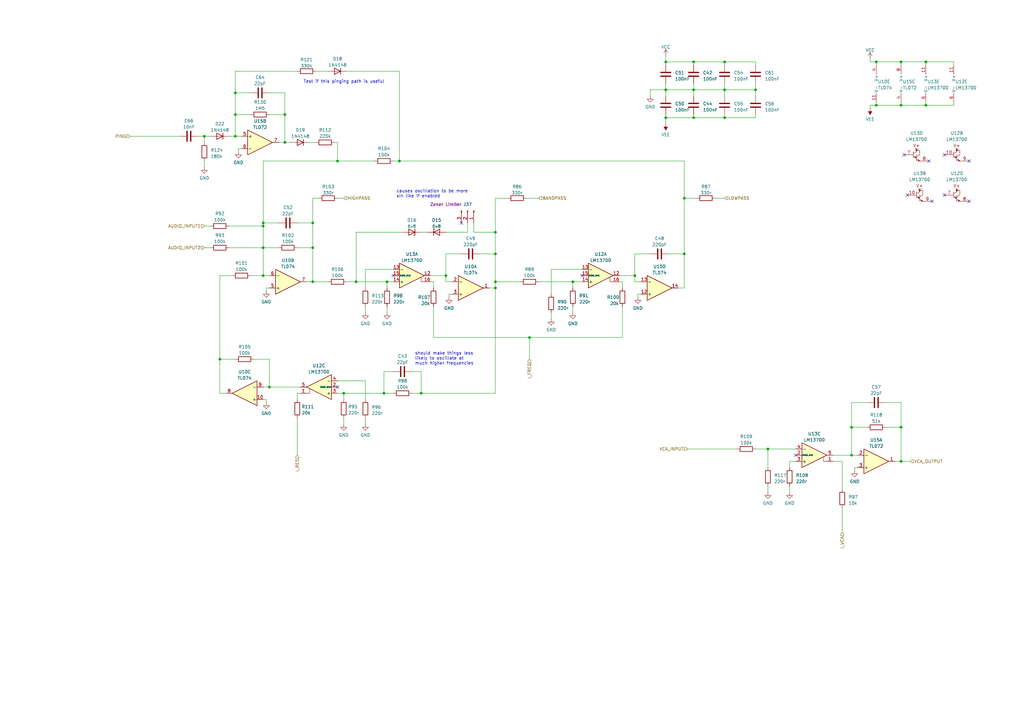
<source format=kicad_sch>
(kicad_sch (version 20230121) (generator eeschema)
  (paper "A3")
  (title_block (title "Ouroboros") (date "2023-05-13") (rev "r02") (comment 2 "creativecommons.org/licenses/by/4.0/") (comment 3 "License: CC BY 4.0") (comment 4 "Author: Guy John"))
  (lib_symbols
    (symbol "Amplifier_Operational:LM13700" (pin_names (offset 0.127))
      (property "Reference" "U" (at 3.81 5.08 0))
      (property "Value" "LM13700" (at 5.08 -5.08 0))
      (symbol "LM13700_1_1"
        (pin output line (at 7.62 0 180) (length 2.54) (name "~") (number "12"))
        (pin input line (at -7.62 2.54 0) (length 2.54) (name "-") (number "13"))
        (pin input line (at -7.62 -2.54 0) (length 2.54) (name "+") (number "14"))
        (pin input line (at -7.62 0 0) (length 2.54) (name "DIODE_BIAS") (number "15"))
        (pin input line (at 7.62 -2.54 180) (length 2.54) (name "~") (number "16"))
      )
      (symbol "LM13700_2_1"
        (text "V+" (at -2.54 3.81 0) (effects (font (size 1.27 1.27))))
        (pin input line (at -7.62 0 0) (length 3.81) (name "~") (number "10"))
        (pin output line (at 2.54 -2.54 180) (length 3.81) (name "~") (number "9"))
      )
      (symbol "LM13700_3_1"
        (pin input line (at 7.62 -2.54 180) (length 2.54) (name "~") (number "1"))
        (pin input line (at -7.62 0 0) (length 2.54) (name "DIODE_BIAS") (number "2"))
        (pin input line (at -7.62 -2.54 0) (length 2.54) (name "+") (number "3"))
        (pin input line (at -7.62 2.54 0) (length 2.54) (name "-") (number "4"))
        (pin output line (at 7.62 0 180) (length 2.54) (name "~") (number "5"))
      )
      (symbol "LM13700_4_0"
        (text "V+" (at -2.54 3.81 0) (effects (font (size 1.27 1.27))))
      )
      (symbol "LM13700_4_1"
        (pin input line (at -7.62 0 0) (length 3.81) (name "~") (number "7"))
        (pin output line (at 2.54 -2.54 180) (length 3.81) (name "~") (number "8"))
      )
      (symbol "LM13700_5_1"
        (pin power_in line (at -2.54 7.62 270) (length 3.81) (name "V+") (number "11"))
        (pin power_in line (at -2.54 -7.62 90) (length 3.81) (name "V-") (number "6"))
      )
    )
    (symbol "Amplifier_Operational:TL072" (pin_names (offset 0.127))
      (property "Reference" "U" (at 0 5.08 0))
      (property "Value" "TL072" (at 0 -5.08 0))
      (symbol "TL072_1_1"
        (pin output line (at 7.62 0 180) (length 2.54) (name "~") (number "1"))
        (pin input line (at -7.62 -2.54 0) (length 2.54) (name "-") (number "2"))
        (pin input line (at -7.62 2.54 0) (length 2.54) (name "+") (number "3"))
      )
      (symbol "TL072_2_1"
        (pin input line (at -7.62 2.54 0) (length 2.54) (name "+") (number "5"))
        (pin input line (at -7.62 -2.54 0) (length 2.54) (name "-") (number "6"))
        (pin output line (at 7.62 0 180) (length 2.54) (name "~") (number "7"))
      )
      (symbol "TL072_3_1"
        (pin power_in line (at -2.54 -7.62 90) (length 3.81) (name "V-") (number "4"))
        (pin power_in line (at -2.54 7.62 270) (length 3.81) (name "V+") (number "8"))
      )
    )
    (symbol "Amplifier_Operational:TL074" (pin_names (offset 0.127))
      (property "Reference" "U" (at 0 5.08 0))
      (property "Value" "TL074" (at 0 -5.08 0))
      (symbol "TL074_1_1"
        (pin output line (at 7.62 0 180) (length 2.54) (name "~") (number "1"))
        (pin input line (at -7.62 -2.54 0) (length 2.54) (name "-") (number "2"))
        (pin input line (at -7.62 2.54 0) (length 2.54) (name "+") (number "3"))
      )
      (symbol "TL074_2_1"
        (pin input line (at -7.62 2.54 0) (length 2.54) (name "+") (number "5"))
        (pin input line (at -7.62 -2.54 0) (length 2.54) (name "-") (number "6"))
        (pin output line (at 7.62 0 180) (length 2.54) (name "~") (number "7"))
      )
      (symbol "TL074_3_1"
        (pin input line (at -7.62 2.54 0) (length 2.54) (name "+") (number "10"))
        (pin output line (at 7.62 0 180) (length 2.54) (name "~") (number "8"))
        (pin input line (at -7.62 -2.54 0) (length 2.54) (name "-") (number "9"))
      )
      (symbol "TL074_4_1"
        (pin input line (at -7.62 2.54 0) (length 2.54) (name "+") (number "12"))
        (pin input line (at -7.62 -2.54 0) (length 2.54) (name "-") (number "13"))
        (pin output line (at 7.62 0 180) (length 2.54) (name "~") (number "14"))
      )
      (symbol "TL074_5_1"
        (pin power_in line (at -2.54 -7.62 90) (length 3.81) (name "V-") (number "11"))
        (pin power_in line (at -2.54 7.62 270) (length 3.81) (name "V+") (number "4"))
      )
    )
    (symbol "Connector:Conn_01x03_Pin" (pin_names (offset 1.016) hide)
      (property "Reference" "J" (at 0 5.08 0))
      (property "Value" "Conn_01x03_Pin" (at 0 -5.08 0))
      (symbol "Conn_01x03_Pin_1_1"
        (pin passive line (at 5.08 2.54 180) (length 3.81) (name "Pin_1") (number "1"))
        (pin passive line (at 5.08 0 180) (length 3.81) (name "Pin_2") (number "2"))
        (pin passive line (at 5.08 -2.54 180) (length 3.81) (name "Pin_3") (number "3"))
      )
    )
    (symbol "Device:D" (pin_numbers hide) (pin_names (offset 1.016) hide)
      (property "Reference" "D" (at 0 2.54 0))
      (property "Value" "D" (at 0 -2.54 0))
      (symbol "D_1_1"
        (pin passive line (at -3.81 0 0) (length 2.54) (name "K") (number "1"))
        (pin passive line (at 3.81 0 180) (length 2.54) (name "A") (number "2"))
      )
    )
    (symbol "Device:D_Zener" (pin_numbers hide) (pin_names (offset 1.016) hide)
      (property "Reference" "D" (at 0 2.54 0))
      (property "Value" "D_Zener" (at 0 -2.54 0))
      (symbol "D_Zener_1_1"
        (pin passive line (at -3.81 0 0) (length 2.54) (name "K") (number "1"))
        (pin passive line (at 3.81 0 180) (length 2.54) (name "A") (number "2"))
      )
    )
    (symbol "Device:R" (pin_numbers hide) (pin_names (offset 0))
      (property "Reference" "R" (at 2.032 0 90))
      (property "Value" "R" (at 0 0 90))
      (symbol "R_1_1"
        (pin passive line (at 0 3.81 270) (length 1.27) (name "~") (number "1"))
        (pin passive line (at 0 -3.81 90) (length 1.27) (name "~") (number "2"))
      )
    )
    (symbol "Rumblesan Standard Parts:C" (pin_numbers hide) (pin_names (offset 0.254) hide)
      (property "Reference" "C?" (at -6.35 0 90))
      (property "Value" "C" (at -3.81 0 90))
      (symbol "C_1_1"
        (pin passive line (at 0 3.81 270) (length 2.794) (name "~") (number "1"))
        (pin passive line (at 0 -3.81 90) (length 2.794) (name "~") (number "2"))
      )
    )
    (symbol "Rumblesan Standard Parts:R" (pin_numbers hide) (pin_names (offset 0))
      (property "Reference" "R?" (at -5.08 0 90))
      (property "Value" "R" (at -2.54 0 90))
      (symbol "R_1_1"
        (pin passive line (at 0 -3.81 90) (length 1.27) (name "~") (number "1"))
        (pin passive line (at 0 3.81 270) (length 1.27) (name "~") (number "2"))
      )
    )
    (symbol "power:GND" (power) (pin_names (offset 0))
      (property "Value" "GND" (at 0 -3.81 0))
      (symbol "GND_1_1"
        (pin power_in line (at 0 0 270) (length 0) hide (name "GND") (number "1"))
      )
    )
    (symbol "power:VCC" (power) (pin_names (offset 0))
      (property "Value" "VCC" (at 0 3.81 0))
      (symbol "VCC_1_1"
        (pin power_in line (at 0 0 90) (length 0) hide (name "VCC") (number "1"))
      )
    )
    (symbol "power:VEE" (power) (pin_names (offset 0))
      (property "Value" "VEE" (at 0 3.81 0))
      (symbol "VEE_1_1"
        (pin power_in line (at 0 0 90) (length 0) hide (name "VEE") (number "1"))
      )
    )
  )
  (junction (at 359.41 43.18))
  (junction (at 107.95 101.6))
  (junction (at 107.95 91.44))
  (junction (at 172.72 161.29))
  (junction (at 297.18 25.4))
  (junction (at 349.25 186.69))
  (junction (at 260.35 113.03))
  (junction (at 203.2 115.57))
  (junction (at 128.27 91.44))
  (junction (at 379.73 25.4))
  (junction (at 297.18 48.26))
  (junction (at 163.83 66.04))
  (junction (at 158.75 115.57))
  (junction (at 128.27 115.57))
  (junction (at 96.52 46.99))
  (junction (at 297.18 36.83))
  (junction (at 203.2 104.14))
  (junction (at 110.49 158.75))
  (junction (at 359.41 25.4))
  (junction (at 203.2 118.11))
  (junction (at 138.43 66.04))
  (junction (at 273.05 48.26))
  (junction (at 96.52 55.88))
  (junction (at 182.88 113.03))
  (junction (at 284.48 25.4))
  (junction (at 273.05 25.4))
  (junction (at 280.67 81.28))
  (junction (at 128.27 101.6))
  (junction (at 273.05 36.83))
  (junction (at 107.95 113.03))
  (junction (at 369.57 175.26))
  (junction (at 234.95 115.57))
  (junction (at 140.97 161.29))
  (junction (at 90.17 147.32))
  (junction (at 217.17 138.43))
  (junction (at 284.48 48.26))
  (junction (at 203.2 95.25))
  (junction (at 280.67 104.14))
  (junction (at 107.95 92.71))
  (junction (at 369.57 189.23))
  (junction (at 157.48 161.29))
  (junction (at 96.52 38.1))
  (junction (at 83.82 55.88))
  (junction (at 379.73 43.18))
  (junction (at 369.57 25.4))
  (junction (at 314.96 184.15))
  (junction (at 349.25 175.26))
  (junction (at 369.57 43.18))
  (junction (at 309.88 36.83))
  (junction (at 284.48 36.83))
  (junction (at 116.84 58.42))
  (junction (at 146.05 115.57))
  (junction (at 116.84 46.99))
  (no_connect (at 238.76 113.03))
  (no_connect (at 138.43 158.75))
  (no_connect (at 189.23 91.44))
  (no_connect (at 161.29 113.03))
  (no_connect (at 387.35 80.01))
  (no_connect (at 397.51 82.55))
  (no_connect (at 382.27 82.55))
  (no_connect (at 372.11 80.01))
  (no_connect (at 370.84 63.5))
  (no_connect (at 397.51 66.04))
  (no_connect (at 387.35 63.5))
  (no_connect (at 381 66.04))
  (no_connect (at 326.39 186.69))
  (wire (pts (xy 96.52 38.1) (xy 96.52 46.99)))
  (wire (pts (xy 260.35 113.03) (xy 260.35 115.57)))
  (wire (pts (xy 220.98 115.57) (xy 234.95 115.57)))
  (wire (pts (xy 99.06 60.96) (xy 97.79 60.96)))
  (wire (pts (xy 96.52 55.88) (xy 99.06 55.88)))
  (wire (pts (xy 182.88 95.25) (xy 191.77 95.25)))
  (wire (pts (xy 138.43 81.28) (xy 140.97 81.28)))
  (wire (pts (xy 284.48 36.83) (xy 297.18 36.83)))
  (wire (pts (xy 184.15 120.65) (xy 184.15 121.92)))
  (wire (pts (xy 359.41 25.4) (xy 359.41 26.67)))
  (wire (pts (xy 125.73 115.57) (xy 128.27 115.57)))
  (wire (pts (xy 86.36 55.88) (xy 83.82 55.88)))
  (wire (pts (xy 149.86 156.21) (xy 149.86 163.83)))
  (wire (pts (xy 309.88 36.83) (xy 309.88 39.37)))
  (wire (pts (xy 163.83 29.21) (xy 163.83 66.04)))
  (wire (pts (xy 128.27 101.6) (xy 121.92 101.6)))
  (wire (pts (xy 273.05 36.83) (xy 273.05 39.37)))
  (wire (pts (xy 203.2 115.57) (xy 203.2 118.11)))
  (wire (pts (xy 226.06 128.27) (xy 226.06 130.81)))
  (wire (pts (xy 116.84 46.99) (xy 110.49 46.99)))
  (wire (pts (xy 266.7 39.37) (xy 266.7 36.83)))
  (wire (pts (xy 349.25 186.69) (xy 351.79 186.69)))
  (wire (pts (xy 350.52 191.77) (xy 350.52 193.04)))
  (wire (pts (xy 284.48 25.4) (xy 284.48 26.67)))
  (wire (pts (xy 96.52 29.21) (xy 96.52 38.1)))
  (wire (pts (xy 284.48 34.29) (xy 284.48 36.83)))
  (wire (pts (xy 273.05 46.99) (xy 273.05 48.26)))
  (wire (pts (xy 217.17 147.32) (xy 217.17 138.43)))
  (wire (pts (xy 280.67 118.11) (xy 280.67 104.14)))
  (wire (pts (xy 102.87 46.99) (xy 96.52 46.99)))
  (wire (pts (xy 203.2 81.28) (xy 203.2 95.25)))
  (wire (pts (xy 182.88 113.03) (xy 182.88 115.57)))
  (wire (pts (xy 102.87 38.1) (xy 96.52 38.1)))
  (wire (pts (xy 102.87 113.03) (xy 107.95 113.03)))
  (wire (pts (xy 379.73 41.91) (xy 379.73 43.18)))
  (wire (pts (xy 172.72 152.4) (xy 172.72 161.29)))
  (wire (pts (xy 260.35 115.57) (xy 262.89 115.57)))
  (wire (pts (xy 83.82 55.88) (xy 83.82 58.42)))
  (wire (pts (xy 116.84 58.42) (xy 116.84 46.99)))
  (wire (pts (xy 93.98 92.71) (xy 107.95 92.71)))
  (wire (pts (xy 217.17 138.43) (xy 255.27 138.43)))
  (wire (pts (xy 83.82 66.04) (xy 83.82 68.58)))
  (wire (pts (xy 110.49 118.11) (xy 109.22 118.11)))
  (wire (pts (xy 262.89 120.65) (xy 261.62 120.65)))
  (wire (pts (xy 297.18 25.4) (xy 297.18 26.67)))
  (wire (pts (xy 266.7 104.14) (xy 260.35 104.14)))
  (wire (pts (xy 349.25 165.1) (xy 349.25 175.26)))
  (wire (pts (xy 158.75 118.11) (xy 158.75 115.57)))
  (wire (pts (xy 90.17 161.29) (xy 92.71 161.29)))
  (wire (pts (xy 121.92 29.21) (xy 96.52 29.21)))
  (wire (pts (xy 351.79 191.77) (xy 350.52 191.77)))
  (wire (pts (xy 309.88 46.99) (xy 309.88 48.26)))
  (wire (pts (xy 345.44 189.23) (xy 345.44 200.66)))
  (wire (pts (xy 116.84 58.42) (xy 119.38 58.42)))
  (wire (pts (xy 168.91 161.29) (xy 172.72 161.29)))
  (wire (pts (xy 176.53 113.03) (xy 182.88 113.03)))
  (wire (pts (xy 284.48 46.99) (xy 284.48 48.26)))
  (wire (pts (xy 140.97 161.29) (xy 140.97 163.83)))
  (wire (pts (xy 158.75 125.73) (xy 158.75 128.27)))
  (wire (pts (xy 309.88 48.26) (xy 297.18 48.26)))
  (wire (pts (xy 254 115.57) (xy 255.27 115.57)))
  (wire (pts (xy 110.49 147.32) (xy 110.49 158.75)))
  (wire (pts (xy 177.8 115.57) (xy 177.8 118.11)))
  (wire (pts (xy 109.22 163.83) (xy 109.22 165.1)))
  (wire (pts (xy 200.66 118.11) (xy 203.2 118.11)))
  (wire (pts (xy 185.42 120.65) (xy 184.15 120.65)))
  (wire (pts (xy 107.95 91.44) (xy 107.95 92.71)))
  (wire (pts (xy 369.57 41.91) (xy 369.57 43.18)))
  (wire (pts (xy 177.8 125.73) (xy 177.8 138.43)))
  (wire (pts (xy 194.31 91.44) (xy 194.31 95.25)))
  (wire (pts (xy 110.49 38.1) (xy 116.84 38.1)))
  (wire (pts (xy 53.34 55.88) (xy 73.66 55.88)))
  (wire (pts (xy 355.6 175.26) (xy 349.25 175.26)))
  (wire (pts (xy 116.84 38.1) (xy 116.84 46.99)))
  (wire (pts (xy 273.05 25.4) (xy 273.05 26.67)))
  (wire (pts (xy 203.2 95.25) (xy 203.2 104.14)))
  (wire (pts (xy 356.87 24.13) (xy 356.87 25.4)))
  (wire (pts (xy 137.16 58.42) (xy 138.43 58.42)))
  (wire (pts (xy 359.41 41.91) (xy 359.41 43.18)))
  (wire (pts (xy 140.97 171.45) (xy 140.97 173.99)))
  (wire (pts (xy 349.25 175.26) (xy 349.25 186.69)))
  (wire (pts (xy 158.75 115.57) (xy 161.29 115.57)))
  (wire (pts (xy 128.27 115.57) (xy 134.62 115.57)))
  (wire (pts (xy 107.95 101.6) (xy 107.95 113.03)))
  (wire (pts (xy 123.19 158.75) (xy 110.49 158.75)))
  (wire (pts (xy 107.95 113.03) (xy 110.49 113.03)))
  (wire (pts (xy 182.88 115.57) (xy 185.42 115.57)))
  (wire (pts (xy 359.41 43.18) (xy 369.57 43.18)))
  (wire (pts (xy 369.57 43.18) (xy 379.73 43.18)))
  (wire (pts (xy 121.92 91.44) (xy 128.27 91.44)))
  (wire (pts (xy 369.57 25.4) (xy 379.73 25.4)))
  (wire (pts (xy 149.86 110.49) (xy 161.29 110.49)))
  (wire (pts (xy 191.77 95.25) (xy 191.77 91.44)))
  (wire (pts (xy 238.76 115.57) (xy 234.95 115.57)))
  (wire (pts (xy 157.48 152.4) (xy 157.48 161.29)))
  (wire (pts (xy 369.57 189.23) (xy 369.57 175.26)))
  (wire (pts (xy 356.87 25.4) (xy 359.41 25.4)))
  (wire (pts (xy 391.16 41.91) (xy 391.16 43.18)))
  (wire (pts (xy 226.06 110.49) (xy 226.06 120.65)))
  (wire (pts (xy 149.86 171.45) (xy 149.86 173.99)))
  (wire (pts (xy 314.96 191.77) (xy 314.96 184.15)))
  (wire (pts (xy 284.48 25.4) (xy 273.05 25.4)))
  (wire (pts (xy 97.79 60.96) (xy 97.79 62.23)))
  (wire (pts (xy 203.2 81.28) (xy 208.28 81.28)))
  (wire (pts (xy 363.22 165.1) (xy 369.57 165.1)))
  (wire (pts (xy 280.67 66.04) (xy 280.67 81.28)))
  (wire (pts (xy 194.31 95.25) (xy 203.2 95.25)))
  (wire (pts (xy 280.67 81.28) (xy 280.67 104.14)))
  (wire (pts (xy 379.73 25.4) (xy 391.16 25.4)))
  (wire (pts (xy 176.53 115.57) (xy 177.8 115.57)))
  (wire (pts (xy 254 113.03) (xy 260.35 113.03)))
  (wire (pts (xy 280.67 81.28) (xy 285.75 81.28)))
  (wire (pts (xy 90.17 113.03) (xy 90.17 147.32)))
  (wire (pts (xy 379.73 43.18) (xy 391.16 43.18)))
  (wire (pts (xy 130.81 81.28) (xy 128.27 81.28)))
  (wire (pts (xy 261.62 120.65) (xy 261.62 121.92)))
  (wire (pts (xy 281.94 184.15) (xy 302.26 184.15)))
  (wire (pts (xy 314.96 184.15) (xy 326.39 184.15)))
  (wire (pts (xy 93.98 55.88) (xy 96.52 55.88)))
  (wire (pts (xy 314.96 199.39) (xy 314.96 201.93)))
  (wire (pts (xy 309.88 184.15) (xy 314.96 184.15)))
  (wire (pts (xy 345.44 208.28) (xy 345.44 218.44)))
  (wire (pts (xy 107.95 92.71) (xy 107.95 101.6)))
  (wire (pts (xy 323.85 189.23) (xy 326.39 189.23)))
  (wire (pts (xy 309.88 34.29) (xy 309.88 36.83)))
  (wire (pts (xy 284.48 36.83) (xy 284.48 39.37)))
  (wire (pts (xy 297.18 34.29) (xy 297.18 36.83)))
  (wire (pts (xy 297.18 36.83) (xy 309.88 36.83)))
  (wire (pts (xy 142.24 115.57) (xy 146.05 115.57)))
  (wire (pts (xy 203.2 104.14) (xy 203.2 115.57)))
  (wire (pts (xy 203.2 104.14) (xy 196.85 104.14)))
  (wire (pts (xy 93.98 101.6) (xy 107.95 101.6)))
  (wire (pts (xy 189.23 104.14) (xy 182.88 104.14)))
  (wire (pts (xy 161.29 66.04) (xy 163.83 66.04)))
  (wire (pts (xy 114.3 101.6) (xy 107.95 101.6)))
  (wire (pts (xy 109.22 118.11) (xy 109.22 119.38)))
  (wire (pts (xy 107.95 66.04) (xy 138.43 66.04)))
  (wire (pts (xy 157.48 161.29) (xy 161.29 161.29)))
  (wire (pts (xy 138.43 161.29) (xy 140.97 161.29)))
  (wire (pts (xy 234.95 125.73) (xy 234.95 128.27)))
  (wire (pts (xy 297.18 36.83) (xy 297.18 39.37)))
  (wire (pts (xy 83.82 101.6) (xy 86.36 101.6)))
  (wire (pts (xy 234.95 115.57) (xy 234.95 118.11)))
  (wire (pts (xy 203.2 115.57) (xy 213.36 115.57)))
  (wire (pts (xy 273.05 34.29) (xy 273.05 36.83)))
  (wire (pts (xy 226.06 110.49) (xy 238.76 110.49)))
  (wire (pts (xy 114.3 58.42) (xy 116.84 58.42)))
  (wire (pts (xy 128.27 91.44) (xy 128.27 101.6)))
  (wire (pts (xy 182.88 104.14) (xy 182.88 113.03)))
  (wire (pts (xy 273.05 48.26) (xy 273.05 50.8)))
  (wire (pts (xy 138.43 66.04) (xy 153.67 66.04)))
  (wire (pts (xy 146.05 115.57) (xy 158.75 115.57)))
  (wire (pts (xy 177.8 138.43) (xy 217.17 138.43)))
  (wire (pts (xy 146.05 95.25) (xy 146.05 115.57)))
  (wire (pts (xy 355.6 165.1) (xy 349.25 165.1)))
  (wire (pts (xy 260.35 104.14) (xy 260.35 113.03)))
  (wire (pts (xy 215.9 81.28) (xy 220.98 81.28)))
  (wire (pts (xy 90.17 147.32) (xy 96.52 147.32)))
  (wire (pts (xy 146.05 95.25) (xy 165.1 95.25)))
  (wire (pts (xy 391.16 25.4) (xy 391.16 26.67)))
  (wire (pts (xy 203.2 118.11) (xy 203.2 161.29)))
  (wire (pts (xy 278.13 118.11) (xy 280.67 118.11)))
  (wire (pts (xy 172.72 161.29) (xy 203.2 161.29)))
  (wire (pts (xy 266.7 36.83) (xy 273.05 36.83)))
  (wire (pts (xy 172.72 95.25) (xy 175.26 95.25)))
  (wire (pts (xy 128.27 101.6) (xy 128.27 115.57)))
  (wire (pts (xy 369.57 175.26) (xy 363.22 175.26)))
  (wire (pts (xy 140.97 161.29) (xy 157.48 161.29)))
  (wire (pts (xy 123.19 161.29) (xy 121.92 161.29)))
  (wire (pts (xy 121.92 161.29) (xy 121.92 163.83)))
  (wire (pts (xy 96.52 46.99) (xy 96.52 55.88)))
  (wire (pts (xy 297.18 48.26) (xy 284.48 48.26)))
  (wire (pts (xy 95.25 113.03) (xy 90.17 113.03)))
  (wire (pts (xy 323.85 191.77) (xy 323.85 189.23)))
  (wire (pts (xy 359.41 25.4) (xy 369.57 25.4)))
  (wire (pts (xy 323.85 199.39) (xy 323.85 201.93)))
  (wire (pts (xy 255.27 125.73) (xy 255.27 138.43)))
  (wire (pts (xy 309.88 25.4) (xy 297.18 25.4)))
  (wire (pts (xy 369.57 165.1) (xy 369.57 175.26)))
  (wire (pts (xy 369.57 189.23) (xy 373.38 189.23)))
  (wire (pts (xy 149.86 125.73) (xy 149.86 128.27)))
  (wire (pts (xy 128.27 81.28) (xy 128.27 91.44)))
  (wire (pts (xy 107.95 66.04) (xy 107.95 91.44)))
  (wire (pts (xy 255.27 115.57) (xy 255.27 118.11)))
  (wire (pts (xy 161.29 152.4) (xy 157.48 152.4)))
  (wire (pts (xy 369.57 25.4) (xy 369.57 26.67)))
  (wire (pts (xy 356.87 43.18) (xy 359.41 43.18)))
  (wire (pts (xy 341.63 189.23) (xy 345.44 189.23)))
  (wire (pts (xy 107.95 163.83) (xy 109.22 163.83)))
  (wire (pts (xy 129.54 29.21) (xy 134.62 29.21)))
  (wire (pts (xy 273.05 36.83) (xy 284.48 36.83)))
  (wire (pts (xy 168.91 152.4) (xy 172.72 152.4)))
  (wire (pts (xy 297.18 25.4) (xy 284.48 25.4)))
  (wire (pts (xy 121.92 171.45) (xy 121.92 186.69)))
  (wire (pts (xy 138.43 58.42) (xy 138.43 66.04)))
  (wire (pts (xy 114.3 91.44) (xy 107.95 91.44)))
  (wire (pts (xy 83.82 92.71) (xy 86.36 92.71)))
  (wire (pts (xy 81.28 55.88) (xy 83.82 55.88)))
  (wire (pts (xy 293.37 81.28) (xy 297.18 81.28)))
  (wire (pts (xy 142.24 29.21) (xy 163.83 29.21)))
  (wire (pts (xy 367.03 189.23) (xy 369.57 189.23)))
  (wire (pts (xy 273.05 22.86) (xy 273.05 25.4)))
  (wire (pts (xy 149.86 110.49) (xy 149.86 118.11)))
  (wire (pts (xy 90.17 161.29) (xy 90.17 147.32)))
  (wire (pts (xy 341.63 186.69) (xy 349.25 186.69)))
  (wire (pts (xy 284.48 48.26) (xy 273.05 48.26)))
  (wire (pts (xy 104.14 147.32) (xy 110.49 147.32)))
  (wire (pts (xy 356.87 44.45) (xy 356.87 43.18)))
  (wire (pts (xy 163.83 66.04) (xy 280.67 66.04)))
  (wire (pts (xy 297.18 46.99) (xy 297.18 48.26)))
  (wire (pts (xy 127 58.42) (xy 129.54 58.42)))
  (wire (pts (xy 138.43 156.21) (xy 149.86 156.21)))
  (wire (pts (xy 280.67 104.14) (xy 274.32 104.14)))
  (wire (pts (xy 110.49 158.75) (xy 107.95 158.75)))
  (wire (pts (xy 309.88 25.4) (xy 309.88 26.67)))
  (wire (pts (xy 379.73 25.4) (xy 379.73 26.67)))
  (text "causes oscillation to be more\nsin like if enabled" (at 162.56 81.28 0) (effects (font (size 1.27 1.27)) (justify left bottom)))
  (text "Test if this pinging path is useful" (at 124.46 34.29 0) (effects (font (size 1.27 1.27)) (justify left bottom)))
  (text "should make things less\nlikely to oscillate at\nmuch higher frequencies" (at 170.18 149.86 0) (effects (font (size 1.27 1.27)) (justify left bottom)))
  (hierarchical_label "LOWPASS" (shape input) (at 297.18 81.28 0))
  (hierarchical_label "I_VCA" (shape input) (at 345.44 218.44 270))
  (hierarchical_label "I_RES" (shape input) (at 121.92 186.69 270))
  (hierarchical_label "VCA_OUTPUT" (shape input) (at 373.38 189.23 0))
  (hierarchical_label "BANDPASS" (shape input) (at 220.98 81.28 0))
  (hierarchical_label "AUDIO_INPUT1" (shape input) (at 83.82 92.71 180))
  (hierarchical_label "I_FREQ" (shape input) (at 217.17 147.32 270))
  (hierarchical_label "AUDIO_INPUT2" (shape input) (at 83.82 101.6 180))
  (hierarchical_label "HIGHPASS" (shape input) (at 140.97 81.28 0))
  (hierarchical_label "PING" (shape input) (at 53.34 55.88 180))
  (hierarchical_label "VCA_INPUT" (shape input) (at 281.94 184.15 180))
  (symbol (lib_id "Rumblesan Standard Parts:R") (at 133.35 58.42 90) (unit 1)
    (property "Reference" "R112" (at 133.35 53.34 90))
    (property "Value" "220k" (at 133.35 55.88 90))
    (property "Footprint" "Rumblesan_Standard_Parts:R_Axial_DIN0207_L6.3mm_D2.5mm_P10.16mm_Horizontal" (effects hide))
    (property "Tolerance" "1%" (effects hide))
    (property "Power" "0.5W" (effects hide))
    (property "Spec" "metal film" (effects hide))
  )
  (symbol (lib_id "Amplifier_Operational:LM13700") (at 394.97 80.01 0) (unit 4)
    (property "Reference" "U12" (at 392.43 71.12 0))
    (property "Value" "LM13700" (at 392.43 73.66 0))
    (property "Footprint" "Rumblesan_Standard_Parts:DIP-16_W7.62mm_Socket" (effects hide))
    (property "Datasheet" "http://www.ti.com/lit/ds/symlink/lm13700.pdf" (effects hide))
  )
  (symbol (lib_id "Amplifier_Operational:TL072") (at 359.41 189.23 0) (mirror x) (unit 1)
    (property "Reference" "U15" (at 359.41 180.4502 0))
    (property "Value" "TL072" (at 359.41 182.9871 0))
    (property "Footprint" "Rumblesan_Standard_Parts:DIP-8_W7.62mm_Socket" (effects hide))
    (property "Datasheet" "http://www.ti.com/lit/ds/symlink/tl071.pdf" (effects hide))
  )
  (symbol (lib_id "Amplifier_Operational:LM13700") (at 378.46 63.5 0) (unit 4)
    (property "Reference" "U13" (at 375.92 54.61 0))
    (property "Value" "LM13700" (at 375.92 57.15 0))
    (property "Footprint" "Rumblesan_Standard_Parts:DIP-16_W7.62mm_Socket" (effects hide))
    (property "Datasheet" "http://www.ti.com/lit/ds/symlink/lm13700.pdf" (effects hide))
  )
  (symbol (lib_id "Rumblesan Standard Parts:C") (at 273.05 30.48 0) (unit 1)
    (property "Reference" "C51" (at 276.86 29.845 0) (effects (justify left)))
    (property "Value" "100nF" (at 276.86 32.385 0) (effects (justify left)))
    (property "Footprint" "Rumblesan_Standard_Parts:C_Rect_L7.0mm_W2.5mm_P5.00mm" (effects hide))
    (property "Spec" "ceramic X7R" (effects hide))
    (property "Tolerance" "5%" (effects hide))
  )
  (symbol (lib_id "Rumblesan Standard Parts:R") (at 100.33 147.32 270) (mirror x) (unit 1)
    (property "Reference" "R105" (at 100.33 142.24 90))
    (property "Value" "100k" (at 100.33 144.78 90))
    (property "Footprint" "Rumblesan_Standard_Parts:R_Axial_DIN0207_L6.3mm_D2.5mm_P10.16mm_Horizontal" (effects hide))
    (property "Tolerance" "1%" (effects hide))
    (property "Power" "0.5W" (effects hide))
    (property "Spec" "metal film" (effects hide))
  )
  (symbol (lib_id "Amplifier_Operational:TL072") (at 372.11 34.29 0) (unit 3)
    (property "Reference" "U15" (at 370.205 33.4553 0) (effects (justify left)))
    (property "Value" "TL072" (at 370.205 35.9922 0) (effects (justify left)))
    (property "Footprint" "Rumblesan_Standard_Parts:DIP-8_W7.62mm_Socket" (effects hide))
    (property "Datasheet" "http://www.ti.com/lit/ds/symlink/tl071.pdf" (effects hide))
  )
  (symbol (lib_id "Rumblesan Standard Parts:R") (at 177.8 121.92 0) (unit 1)
    (property "Reference" "R107" (at 171.45 121.92 0) (effects (justify left)))
    (property "Value" "20k" (at 172.72 124.46 0) (effects (justify left)))
    (property "Footprint" "Rumblesan_Standard_Parts:R_Axial_DIN0207_L6.3mm_D2.5mm_P10.16mm_Horizontal" (effects hide))
    (property "Tolerance" "1%" (effects hide))
    (property "Power" "0.5W" (effects hide))
    (property "Spec" "metal film" (effects hide))
  )
  (symbol (lib_id "Rumblesan Standard Parts:R") (at 345.44 204.47 180) (unit 1)
    (property "Reference" "R97" (at 347.98 203.835 0) (effects (justify right)))
    (property "Value" "10k" (at 347.98 206.375 0) (effects (justify right)))
    (property "Footprint" "Rumblesan_Standard_Parts:R_Axial_DIN0207_L6.3mm_D2.5mm_P10.16mm_Horizontal" (effects hide))
    (property "Tolerance" "1%" (effects hide))
    (property "Power" "0.5W" (effects hide))
    (property "Spec" "metal film" (effects hide))
  )
  (symbol (lib_id "Device:R") (at 212.09 81.28 90) (unit 1)
    (property "Reference" "R86" (at 212.09 76.5642 90))
    (property "Value" "330r" (at 212.09 79.1011 90))
    (property "Footprint" "Rumblesan_Standard_Parts:R_Axial_DIN0207_L6.3mm_D2.5mm_P10.16mm_Horizontal" (effects hide))
    (property "Power" "0.5W" (effects hide))
    (property "Spec" "metal film" (effects hide))
    (property "Tolerance" "1%" (effects hide))
  )
  (symbol (lib_id "Rumblesan Standard Parts:C") (at 284.48 30.48 0) (unit 1)
    (property "Reference" "C42" (at 288.29 29.845 0) (effects (justify left)))
    (property "Value" "100nF" (at 288.29 32.385 0) (effects (justify left)))
    (property "Footprint" "Rumblesan_Standard_Parts:C_Rect_L7.0mm_W2.5mm_P5.00mm" (effects hide))
    (property "Spec" "ceramic X7R" (effects hide))
    (property "Tolerance" "5%" (effects hide))
  )
  (symbol (lib_id "Device:D_Zener") (at 179.07 95.25 0) (unit 1)
    (property "Reference" "D15" (at 179.07 90.2802 0))
    (property "Value" "6v8" (at 179.07 92.8171 0))
    (property "Footprint" "Rumblesan_Standard_Parts:D_DO-35_SOD27_P7.62mm_Horizontal" (effects hide))
    (property "Spec" "6.8v zener" (effects hide))
  )
  (symbol (lib_id "power:GND") (at 83.82 68.58 0) (unit 1)
    (property "Reference" "#PWR086" (effects hide))
    (property "Value" "GND" (at 83.82 73.0234 0))
  )
  (symbol (lib_id "Device:D_Zener") (at 168.91 95.25 180) (unit 1)
    (property "Reference" "D16" (at 168.91 90.2802 0))
    (property "Value" "6v8" (at 168.91 92.8171 0))
    (property "Footprint" "Rumblesan_Standard_Parts:D_DO-35_SOD27_P7.62mm_Horizontal" (effects hide))
    (property "Spec" "6.8v zener" (effects hide))
  )
  (symbol (lib_id "Amplifier_Operational:LM13700") (at 168.91 113.03 0) (unit 1)
    (property "Reference" "U13" (at 168.91 104.2502 0))
    (property "Value" "LM13700" (at 168.91 106.7871 0))
    (property "Footprint" "Rumblesan_Standard_Parts:DIP-16_W7.62mm_Socket" (effects hide))
    (property "Datasheet" "http://www.ti.com/lit/ds/symlink/lm13700.pdf" (effects hide))
  )
  (symbol (lib_id "power:GND") (at 109.22 119.38 0) (unit 1)
    (property "Reference" "#PWR088" (effects hide))
    (property "Value" "GND" (at 109.22 123.8234 0))
  )
  (symbol (lib_id "Rumblesan Standard Parts:R") (at 121.92 167.64 0) (mirror y) (unit 1)
    (property "Reference" "R111" (at 123.698 166.8053 0) (effects (justify right)))
    (property "Value" "20k" (at 123.698 169.3422 0) (effects (justify right)))
    (property "Footprint" "Rumblesan_Standard_Parts:R_Axial_DIN0207_L6.3mm_D2.5mm_P10.16mm_Horizontal" (effects hide))
    (property "Tolerance" "1%" (effects hide))
    (property "Power" "0.5W" (effects hide))
    (property "Spec" "metal film" (effects hide))
  )
  (symbol (lib_id "power:GND") (at 234.95 128.27 0) (unit 1)
    (property "Reference" "#PWR096" (effects hide))
    (property "Value" "GND" (at 234.95 132.7134 0))
  )
  (symbol (lib_id "Rumblesan Standard Parts:R") (at 125.73 29.21 90) (unit 1)
    (property "Reference" "R121" (at 125.73 24.4942 90))
    (property "Value" "330k" (at 125.73 27.0311 90))
    (property "Footprint" "Rumblesan_Standard_Parts:R_Axial_DIN0207_L6.3mm_D2.5mm_P10.16mm_Horizontal" (effects hide))
    (property "Tolerance" "1%" (effects hide))
    (property "Power" "0.5W" (effects hide))
    (property "Spec" "metal film" (effects hide))
  )
  (symbol (lib_id "Rumblesan Standard Parts:R") (at 314.96 195.58 0) (unit 1)
    (property "Reference" "R117" (at 317.5 194.945 0) (effects (justify left)))
    (property "Value" "220r" (at 317.5 197.485 0) (effects (justify left)))
    (property "Footprint" "Rumblesan_Standard_Parts:R_Axial_DIN0207_L6.3mm_D2.5mm_P10.16mm_Horizontal" (effects hide))
    (property "Tolerance" "1%" (effects hide))
    (property "Power" "0.5W" (effects hide))
    (property "Spec" "metal film" (effects hide))
  )
  (symbol (lib_id "Amplifier_Operational:LM13700") (at 379.73 80.01 0) (unit 2)
    (property "Reference" "U13" (at 377.19 71.12 0))
    (property "Value" "LM13700" (at 377.19 73.66 0))
    (property "Footprint" "Rumblesan_Standard_Parts:DIP-16_W7.62mm_Socket" (effects hide))
    (property "Datasheet" "http://www.ti.com/lit/ds/symlink/lm13700.pdf" (effects hide))
  )
  (symbol (lib_id "Rumblesan Standard Parts:R") (at 99.06 113.03 270) (mirror x) (unit 1)
    (property "Reference" "R101" (at 99.06 107.95 90))
    (property "Value" "100k" (at 99.06 110.49 90))
    (property "Footprint" "Rumblesan_Standard_Parts:R_Axial_DIN0207_L6.3mm_D2.5mm_P10.16mm_Horizontal" (effects hide))
    (property "Tolerance" "1%" (effects hide))
    (property "Power" "0.5W" (effects hide))
    (property "Spec" "metal film" (effects hide))
  )
  (symbol (lib_id "power:GND") (at 97.79 62.23 0) (unit 1)
    (property "Reference" "#PWR087" (effects hide))
    (property "Value" "GND" (at 97.79 66.6734 0))
  )
  (symbol (lib_id "Rumblesan Standard Parts:C") (at 297.18 43.18 0) (unit 1)
    (property "Reference" "C55" (at 300.99 42.545 0) (effects (justify left)))
    (property "Value" "100nF" (at 300.99 45.085 0) (effects (justify left)))
    (property "Footprint" "Rumblesan_Standard_Parts:C_Rect_L7.0mm_W2.5mm_P5.00mm" (effects hide))
    (property "Spec" "ceramic X7R" (effects hide))
    (property "Tolerance" "5%" (effects hide))
  )
  (symbol (lib_id "Rumblesan Standard Parts:R") (at 165.1 161.29 270) (mirror x) (unit 1)
    (property "Reference" "R88" (at 165.1 156.21 90))
    (property "Value" "100k" (at 165.1 158.75 90))
    (property "Footprint" "Rumblesan_Standard_Parts:R_Axial_DIN0207_L6.3mm_D2.5mm_P10.16mm_Horizontal" (effects hide))
    (property "Tolerance" "1%" (effects hide))
    (property "Power" "0.5W" (effects hide))
    (property "Spec" "metal film" (effects hide))
  )
  (symbol (lib_id "Rumblesan Standard Parts:C") (at 106.68 38.1 90) (unit 1)
    (property "Reference" "C64" (at 106.68 31.75 90))
    (property "Value" "22pF" (at 106.68 34.29 90))
    (property "Footprint" "Rumblesan_Standard_Parts:C_Rect_L7.0mm_W2.5mm_P5.00mm" (effects hide))
    (property "Spec" "ceramic C0G" (effects hide))
    (property "Tolerance" "5%" (effects hide))
  )
  (symbol (lib_id "power:VEE") (at 273.05 50.8 180) (unit 1)
    (property "Reference" "#PWR0100" (effects hide))
    (property "Value" "VEE" (at 273.05 55.2434 0))
  )
  (symbol (lib_id "Rumblesan Standard Parts:R") (at 140.97 167.64 0) (mirror y) (unit 1)
    (property "Reference" "R95" (at 142.748 166.8053 0) (effects (justify right)))
    (property "Value" "220r" (at 142.748 169.3422 0) (effects (justify right)))
    (property "Footprint" "Rumblesan_Standard_Parts:R_Axial_DIN0207_L6.3mm_D2.5mm_P10.16mm_Horizontal" (effects hide))
    (property "Tolerance" "1%" (effects hide))
    (property "Power" "0.5W" (effects hide))
    (property "Spec" "metal film" (effects hide))
  )
  (symbol (lib_id "power:GND") (at 184.15 121.92 0) (unit 1)
    (property "Reference" "#PWR094" (effects hide))
    (property "Value" "GND" (at 184.15 126.3634 0))
  )
  (symbol (lib_id "power:GND") (at 226.06 130.81 0) (unit 1)
    (property "Reference" "#PWR095" (effects hide))
    (property "Value" "GND" (at 226.06 135.2534 0))
  )
  (symbol (lib_id "Rumblesan Standard Parts:R") (at 149.86 121.92 0) (unit 1)
    (property "Reference" "R113" (at 152.4 121.285 0) (effects (justify left)))
    (property "Value" "220r" (at 152.4 123.825 0) (effects (justify left)))
    (property "Footprint" "Rumblesan_Standard_Parts:R_Axial_DIN0207_L6.3mm_D2.5mm_P10.16mm_Horizontal" (effects hide))
    (property "Tolerance" "1%" (effects hide))
    (property "Power" "0.5W" (effects hide))
    (property "Spec" "metal film" (effects hide))
  )
  (symbol (lib_id "Amplifier_Operational:TL074") (at 100.33 161.29 180) (unit 3)
    (property "Reference" "U10" (at 100.33 152.5102 0))
    (property "Value" "TL074" (at 100.33 155.0471 0))
    (property "Footprint" "Rumblesan_Standard_Parts:DIP-14_W7.62mm_Socket" (effects hide))
    (property "Datasheet" "http://www.ti.com/lit/ds/symlink/tl071.pdf" (effects hide))
  )
  (symbol (lib_id "Amplifier_Operational:TL074") (at 193.04 118.11 0) (mirror x) (unit 1)
    (property "Reference" "U10" (at 193.04 109.3302 0))
    (property "Value" "TL074" (at 193.04 111.8671 0))
    (property "Footprint" "Rumblesan_Standard_Parts:DIP-14_W7.62mm_Socket" (effects hide))
    (property "Datasheet" "http://www.ti.com/lit/ds/symlink/tl071.pdf" (effects hide))
  )
  (symbol (lib_id "Rumblesan Standard Parts:R") (at 158.75 121.92 0) (unit 1)
    (property "Reference" "R98" (at 161.29 121.285 0) (effects (justify left)))
    (property "Value" "220r" (at 161.29 123.825 0) (effects (justify left)))
    (property "Footprint" "Rumblesan_Standard_Parts:R_Axial_DIN0207_L6.3mm_D2.5mm_P10.16mm_Horizontal" (effects hide))
    (property "Tolerance" "1%" (effects hide))
    (property "Power" "0.5W" (effects hide))
    (property "Spec" "metal film" (effects hide))
  )
  (symbol (lib_id "Rumblesan Standard Parts:C") (at 273.05 43.18 0) (unit 1)
    (property "Reference" "C50" (at 276.86 42.545 0) (effects (justify left)))
    (property "Value" "100nF" (at 276.86 45.085 0) (effects (justify left)))
    (property "Footprint" "Rumblesan_Standard_Parts:C_Rect_L7.0mm_W2.5mm_P5.00mm" (effects hide))
    (property "Spec" "ceramic X7R" (effects hide))
    (property "Tolerance" "5%" (effects hide))
  )
  (symbol (lib_id "Device:R") (at 134.62 81.28 90) (unit 1)
    (property "Reference" "R103" (at 134.62 76.5642 90))
    (property "Value" "330r" (at 134.62 79.1011 90))
    (property "Footprint" "Rumblesan_Standard_Parts:R_Axial_DIN0207_L6.3mm_D2.5mm_P10.16mm_Horizontal" (effects hide))
    (property "Power" "0.5W" (effects hide))
    (property "Spec" "metal film" (effects hide))
    (property "Tolerance" "1%" (effects hide))
  )
  (symbol (lib_id "Rumblesan Standard Parts:C") (at 309.88 30.48 0) (unit 1)
    (property "Reference" "C61" (at 313.69 29.845 0) (effects (justify left)))
    (property "Value" "100nF" (at 313.69 32.385 0) (effects (justify left)))
    (property "Footprint" "Rumblesan_Standard_Parts:C_Rect_L7.0mm_W2.5mm_P5.00mm" (effects hide))
    (property "Spec" "ceramic X7R" (effects hide))
    (property "Tolerance" "5%" (effects hide))
  )
  (symbol (lib_id "Rumblesan Standard Parts:R") (at 90.17 101.6 90) (unit 1)
    (property "Reference" "R93" (at 90.17 96.52 90))
    (property "Value" "100k" (at 90.17 99.06 90))
    (property "Footprint" "Rumblesan_Standard_Parts:R_Axial_DIN0207_L6.3mm_D2.5mm_P10.16mm_Horizontal" (effects hide))
    (property "Tolerance" "1%" (effects hide))
    (property "Power" "0.5W" (effects hide))
    (property "Spec" "metal film" (effects hide))
  )
  (symbol (lib_id "Rumblesan Standard Parts:C") (at 270.51 104.14 90) (unit 1)
    (property "Reference" "C48" (at 270.51 97.79 90))
    (property "Value" "220pF" (at 270.51 100.33 90))
    (property "Footprint" "Rumblesan_Standard_Parts:C_Rect_L7.0mm_W2.5mm_P5.00mm" (effects hide))
    (property "Spec" "film polypropylene" (effects hide))
    (property "Tolerance" "5%" (effects hide))
  )
  (symbol (lib_id "Rumblesan Standard Parts:C") (at 77.47 55.88 90) (unit 1)
    (property "Reference" "C66" (at 77.47 49.53 90))
    (property "Value" "10nF" (at 77.47 52.07 90))
    (property "Footprint" "Rumblesan_Standard_Parts:C_Rect_L7.0mm_W2.5mm_P5.00mm" (effects hide))
    (property "Spec" "ceramic C0G" (effects hide))
    (property "Tolerance" "5%" (effects hide))
  )
  (symbol (lib_id "Rumblesan Standard Parts:C") (at 165.1 152.4 90) (unit 1)
    (property "Reference" "C43" (at 165.1 146.05 90))
    (property "Value" "22pF" (at 165.1 148.59 90))
    (property "Footprint" "Rumblesan_Standard_Parts:C_Rect_L7.0mm_W2.5mm_P5.00mm" (effects hide))
    (property "Spec" "ceramic C0G" (effects hide))
    (property "Tolerance" "5%" (effects hide))
  )
  (symbol (lib_id "power:GND") (at 149.86 173.99 0) (unit 1)
    (property "Reference" "#PWR092" (effects hide))
    (property "Value" "GND" (at 149.86 178.4334 0))
  )
  (symbol (lib_id "Rumblesan Standard Parts:R") (at 359.41 175.26 90) (unit 1)
    (property "Reference" "R118" (at 359.41 170.18 90))
    (property "Value" "51k" (at 359.41 172.72 90))
    (property "Footprint" "Rumblesan_Standard_Parts:R_Axial_DIN0207_L6.3mm_D2.5mm_P10.16mm_Horizontal" (effects hide))
    (property "Tolerance" "1%" (effects hide))
    (property "Power" "0.5W" (effects hide))
    (property "Spec" "metal film" (effects hide))
  )
  (symbol (lib_id "Rumblesan Standard Parts:R") (at 90.17 92.71 90) (unit 1)
    (property "Reference" "R92" (at 90.17 87.63 90))
    (property "Value" "100k" (at 90.17 90.17 90))
    (property "Footprint" "Rumblesan_Standard_Parts:R_Axial_DIN0207_L6.3mm_D2.5mm_P10.16mm_Horizontal" (effects hide))
    (property "Tolerance" "1%" (effects hide))
    (property "Power" "0.5W" (effects hide))
    (property "Spec" "metal film" (effects hide))
  )
  (symbol (lib_id "Amplifier_Operational:TL074") (at 270.51 118.11 0) (mirror x) (unit 4)
    (property "Reference" "U10" (at 270.51 109.3302 0))
    (property "Value" "TL074" (at 270.51 111.8671 0))
    (property "Footprint" "Rumblesan_Standard_Parts:DIP-14_W7.62mm_Socket" (effects hide))
    (property "Datasheet" "http://www.ti.com/lit/ds/symlink/tl071.pdf" (effects hide))
  )
  (symbol (lib_id "power:VCC") (at 356.87 24.13 0) (unit 1)
    (property "Reference" "#PWR0104" (effects hide))
    (property "Value" "VCC" (at 356.87 20.5542 0))
  )
  (symbol (lib_id "Rumblesan Standard Parts:C") (at 309.88 43.18 0) (unit 1)
    (property "Reference" "C56" (at 313.69 42.545 0) (effects (justify left)))
    (property "Value" "100nF" (at 313.69 45.085 0) (effects (justify left)))
    (property "Footprint" "Rumblesan_Standard_Parts:C_Rect_L7.0mm_W2.5mm_P5.00mm" (effects hide))
    (property "Spec" "ceramic X7R" (effects hide))
    (property "Tolerance" "5%" (effects hide))
  )
  (symbol (lib_id "Amplifier_Operational:LM13700") (at 394.97 63.5 0) (unit 2)
    (property "Reference" "U12" (at 392.43 54.61 0))
    (property "Value" "LM13700" (at 392.43 57.15 0))
    (property "Footprint" "Rumblesan_Standard_Parts:DIP-16_W7.62mm_Socket" (effects hide))
    (property "Datasheet" "http://www.ti.com/lit/ds/symlink/lm13700.pdf" (effects hide))
  )
  (symbol (lib_id "Amplifier_Operational:LM13700") (at 382.27 34.29 0) (unit 5)
    (property "Reference" "U13" (at 380.365 33.4553 0) (effects (justify left)))
    (property "Value" "LM13700" (at 380.365 35.9922 0) (effects (justify left)))
    (property "Footprint" "Rumblesan_Standard_Parts:DIP-16_W7.62mm_Socket" (effects hide))
    (property "Datasheet" "http://www.ti.com/lit/ds/symlink/lm13700.pdf" (effects hide))
  )
  (symbol (lib_id "Amplifier_Operational:TL074") (at 118.11 115.57 0) (mirror x) (unit 2)
    (property "Reference" "U10" (at 118.11 106.7902 0))
    (property "Value" "TL074" (at 118.11 109.3271 0))
    (property "Footprint" "Rumblesan_Standard_Parts:DIP-14_W7.62mm_Socket" (effects hide))
    (property "Datasheet" "http://www.ti.com/lit/ds/symlink/tl071.pdf" (effects hide))
  )
  (symbol (lib_id "Rumblesan Standard Parts:C") (at 118.11 91.44 90) (unit 1)
    (property "Reference" "C52" (at 118.11 85.09 90))
    (property "Value" "22pF" (at 118.11 87.63 90))
    (property "Footprint" "Rumblesan_Standard_Parts:C_Rect_L7.0mm_W2.5mm_P5.00mm" (effects hide))
    (property "Spec" "ceramic C0G" (effects hide))
    (property "Tolerance" "5%" (effects hide))
  )
  (symbol (lib_id "power:GND") (at 350.52 193.04 0) (unit 1)
    (property "Reference" "#PWR0103" (effects hide))
    (property "Value" "GND" (at 350.52 197.4834 0))
  )
  (symbol (lib_id "Rumblesan Standard Parts:R") (at 138.43 115.57 90) (unit 1)
    (property "Reference" "R106" (at 138.43 110.49 90))
    (property "Value" "100k" (at 138.43 113.03 90))
    (property "Footprint" "Rumblesan_Standard_Parts:R_Axial_DIN0207_L6.3mm_D2.5mm_P10.16mm_Horizontal" (effects hide))
    (property "Tolerance" "1%" (effects hide))
    (property "Power" "0.5W" (effects hide))
    (property "Spec" "metal film" (effects hide))
  )
  (symbol (lib_id "Rumblesan Standard Parts:R") (at 83.82 62.23 180) (unit 1)
    (property "Reference" "R124" (at 86.36 61.595 0) (effects (justify right)))
    (property "Value" "180k" (at 86.36 64.135 0) (effects (justify right)))
    (property "Footprint" "Rumblesan_Standard_Parts:R_Axial_DIN0207_L6.3mm_D2.5mm_P10.16mm_Horizontal" (effects hide))
    (property "Tolerance" "1%" (effects hide))
    (property "Power" "0.5W" (effects hide))
    (property "Spec" "metal film" (effects hide))
  )
  (symbol (lib_id "Connector:Conn_01x03_Pin") (at 191.77 86.36 270) (unit 1)
    (property "Reference" "J37" (at 191.77 83.82 90))
    (property "Value" "Conn_01x03_Male" (effects hide))
    (property "Footprint" "Connector_PinHeader_2.54mm:PinHeader_1x03_P2.54mm_Vertical" (effects hide))
    (property "Name" "Zener Limiter" (at 182.88 83.82 90))
  )
  (symbol (lib_id "Device:D") (at 90.17 55.88 180) (unit 1)
    (property "Reference" "D22" (at 90.17 50.8 0))
    (property "Value" "1N4148" (at 90.17 53.34 0))
    (property "Footprint" "Rumblesan_Standard_Parts:D_DO-35_SOD27_P7.62mm_Horizontal" (effects hide))
    (property "Sim.Device" "D" (effects hide))
    (property "Sim.Pins" "1=K 2=A" (effects hide))
  )
  (symbol (lib_id "power:GND") (at 266.7 39.37 0) (mirror y) (unit 1)
    (property "Reference" "#PWR098" (effects hide))
    (property "Value" "GND" (at 266.7 43.8134 0))
  )
  (symbol (lib_id "Device:R") (at 289.56 81.28 90) (unit 1)
    (property "Reference" "R87" (at 289.56 76.5642 90))
    (property "Value" "330r" (at 289.56 79.1011 90))
    (property "Footprint" "Rumblesan_Standard_Parts:R_Axial_DIN0207_L6.3mm_D2.5mm_P10.16mm_Horizontal" (effects hide))
    (property "Power" "0.5W" (effects hide))
    (property "Spec" "metal film" (effects hide))
    (property "Tolerance" "1%" (effects hide))
  )
  (symbol (lib_id "power:VCC") (at 273.05 22.86 0) (unit 1)
    (property "Reference" "#PWR099" (effects hide))
    (property "Value" "VCC" (at 273.05 19.2842 0))
  )
  (symbol (lib_id "Amplifier_Operational:TL074") (at 361.95 34.29 0) (unit 5)
    (property "Reference" "U10" (at 360.045 33.4553 0) (effects (justify left)))
    (property "Value" "TL074" (at 360.045 35.9922 0) (effects (justify left)))
    (property "Footprint" "Rumblesan_Standard_Parts:DIP-14_W7.62mm_Socket" (effects hide))
    (property "Datasheet" "http://www.ti.com/lit/ds/symlink/tl071.pdf" (effects hide))
  )
  (symbol (lib_id "Rumblesan Standard Parts:R") (at 234.95 121.92 0) (unit 1)
    (property "Reference" "R91" (at 237.49 121.285 0) (effects (justify left)))
    (property "Value" "220r" (at 237.49 123.825 0) (effects (justify left)))
    (property "Footprint" "Rumblesan_Standard_Parts:R_Axial_DIN0207_L6.3mm_D2.5mm_P10.16mm_Horizontal" (effects hide))
    (property "Tolerance" "1%" (effects hide))
    (property "Power" "0.5W" (effects hide))
    (property "Spec" "metal film" (effects hide))
  )
  (symbol (lib_id "Device:D") (at 138.43 29.21 180) (unit 1)
    (property "Reference" "D18" (at 138.43 24.13 0))
    (property "Value" "1N4148" (at 138.43 26.67 0))
    (property "Footprint" "Rumblesan_Standard_Parts:D_DO-35_SOD27_P7.62mm_Horizontal" (effects hide))
    (property "Sim.Device" "D" (effects hide))
    (property "Sim.Pins" "1=K 2=A" (effects hide))
  )
  (symbol (lib_id "Rumblesan Standard Parts:R") (at 118.11 101.6 90) (unit 1)
    (property "Reference" "R102" (at 118.11 96.52 90))
    (property "Value" "100k" (at 118.11 99.06 90))
    (property "Footprint" "Rumblesan_Standard_Parts:R_Axial_DIN0207_L6.3mm_D2.5mm_P10.16mm_Horizontal" (effects hide))
    (property "Tolerance" "1%" (effects hide))
    (property "Power" "0.5W" (effects hide))
    (property "Spec" "metal film" (effects hide))
  )
  (symbol (lib_id "power:GND") (at 323.85 201.93 0) (unit 1)
    (property "Reference" "#PWR0102" (effects hide))
    (property "Value" "GND" (at 323.85 206.3734 0))
  )
  (symbol (lib_id "power:GND") (at 314.96 201.93 0) (unit 1)
    (property "Reference" "#PWR0101" (effects hide))
    (property "Value" "GND" (at 314.96 206.3734 0))
  )
  (symbol (lib_id "Rumblesan Standard Parts:C") (at 297.18 30.48 0) (unit 1)
    (property "Reference" "C54" (at 300.99 29.845 0) (effects (justify left)))
    (property "Value" "100nF" (at 300.99 32.385 0) (effects (justify left)))
    (property "Footprint" "Rumblesan_Standard_Parts:C_Rect_L7.0mm_W2.5mm_P5.00mm" (effects hide))
    (property "Spec" "ceramic X7R" (effects hide))
    (property "Tolerance" "5%" (effects hide))
  )
  (symbol (lib_id "Rumblesan Standard Parts:R") (at 106.68 46.99 90) (unit 1)
    (property "Reference" "R130" (at 106.68 41.91 90))
    (property "Value" "1M5" (at 106.68 44.45 90))
    (property "Footprint" "Rumblesan_Standard_Parts:R_Axial_DIN0207_L6.3mm_D2.5mm_P10.16mm_Horizontal" (effects hide))
    (property "Tolerance" "1%" (effects hide))
    (property "Power" "0.5W" (effects hide))
    (property "Spec" "metal film" (effects hide))
  )
  (symbol (lib_id "Rumblesan Standard Parts:C") (at 284.48 43.18 0) (unit 1)
    (property "Reference" "C44" (at 288.29 42.545 0) (effects (justify left)))
    (property "Value" "100nF" (at 288.29 45.085 0) (effects (justify left)))
    (property "Footprint" "Rumblesan_Standard_Parts:C_Rect_L7.0mm_W2.5mm_P5.00mm" (effects hide))
    (property "Spec" "ceramic X7R" (effects hide))
    (property "Tolerance" "5%" (effects hide))
  )
  (symbol (lib_id "Amplifier_Operational:LM13700") (at 334.01 186.69 0) (unit 3)
    (property "Reference" "U13" (at 334.01 177.9102 0))
    (property "Value" "LM13700" (at 334.01 180.4471 0))
    (property "Footprint" "Rumblesan_Standard_Parts:DIP-16_W7.62mm_Socket" (effects hide))
    (property "Datasheet" "http://www.ti.com/lit/ds/symlink/lm13700.pdf" (effects hide))
  )
  (symbol (lib_id "Rumblesan Standard Parts:R") (at 226.06 124.46 0) (unit 1)
    (property "Reference" "R90" (at 228.6 123.825 0) (effects (justify left)))
    (property "Value" "220r" (at 228.6 126.365 0) (effects (justify left)))
    (property "Footprint" "Rumblesan_Standard_Parts:R_Axial_DIN0207_L6.3mm_D2.5mm_P10.16mm_Horizontal" (effects hide))
    (property "Tolerance" "1%" (effects hide))
    (property "Power" "0.5W" (effects hide))
    (property "Spec" "metal film" (effects hide))
  )
  (symbol (lib_id "power:GND") (at 140.97 173.99 0) (unit 1)
    (property "Reference" "#PWR090" (effects hide))
    (property "Value" "GND" (at 140.97 178.4334 0))
  )
  (symbol (lib_id "power:VEE") (at 356.87 44.45 180) (unit 1)
    (property "Reference" "#PWR0105" (effects hide))
    (property "Value" "VEE" (at 356.87 48.8934 0))
  )
  (symbol (lib_id "power:GND") (at 149.86 128.27 0) (unit 1)
    (property "Reference" "#PWR091" (effects hide))
    (property "Value" "GND" (at 149.86 132.7134 0))
  )
  (symbol (lib_id "power:GND") (at 109.22 165.1 0) (mirror y) (unit 1)
    (property "Reference" "#PWR089" (effects hide))
    (property "Value" "GND" (at 109.22 169.5434 0))
  )
  (symbol (lib_id "Rumblesan Standard Parts:R") (at 323.85 195.58 0) (unit 1)
    (property "Reference" "R108" (at 326.39 194.945 0) (effects (justify left)))
    (property "Value" "220r" (at 326.39 197.485 0) (effects (justify left)))
    (property "Footprint" "Rumblesan_Standard_Parts:R_Axial_DIN0207_L6.3mm_D2.5mm_P10.16mm_Horizontal" (effects hide))
    (property "Tolerance" "1%" (effects hide))
    (property "Power" "0.5W" (effects hide))
    (property "Spec" "metal film" (effects hide))
  )
  (symbol (lib_id "Rumblesan Standard Parts:R") (at 157.48 66.04 90) (unit 1)
    (property "Reference" "R104" (at 157.48 60.96 90))
    (property "Value" "100k" (at 157.48 63.5 90))
    (property "Footprint" "Rumblesan_Standard_Parts:R_Axial_DIN0207_L6.3mm_D2.5mm_P10.16mm_Horizontal" (effects hide))
    (property "Tolerance" "1%" (effects hide))
    (property "Power" "0.5W" (effects hide))
    (property "Spec" "metal film" (effects hide))
  )
  (symbol (lib_id "power:GND") (at 261.62 121.92 0) (unit 1)
    (property "Reference" "#PWR097" (effects hide))
    (property "Value" "GND" (at 261.62 126.3634 0))
  )
  (symbol (lib_id "Amplifier_Operational:TL072") (at 106.68 58.42 0) (unit 2)
    (property "Reference" "U15" (at 106.68 49.6402 0))
    (property "Value" "TL072" (at 106.68 52.1771 0))
    (property "Footprint" "Rumblesan_Standard_Parts:DIP-8_W7.62mm_Socket" (effects hide))
    (property "Datasheet" "http://www.ti.com/lit/ds/symlink/tl071.pdf" (effects hide))
  )
  (symbol (lib_id "Device:D") (at 123.19 58.42 180) (unit 1)
    (property "Reference" "D19" (at 123.19 53.34 0))
    (property "Value" "1N4148" (at 123.19 55.88 0))
    (property "Footprint" "Rumblesan_Standard_Parts:D_DO-35_SOD27_P7.62mm_Horizontal" (effects hide))
    (property "Sim.Device" "D" (effects hide))
    (property "Sim.Pins" "1=K 2=A" (effects hide))
  )
  (symbol (lib_id "Amplifier_Operational:LM13700") (at 130.81 158.75 0) (mirror y) (unit 3)
    (property "Reference" "U12" (at 130.81 149.9702 0))
    (property "Value" "LM13700" (at 130.81 152.5071 0))
    (property "Footprint" "Rumblesan_Standard_Parts:DIP-16_W7.62mm_Socket" (effects hide))
    (property "Datasheet" "http://www.ti.com/lit/ds/symlink/lm13700.pdf" (effects hide))
  )
  (symbol (lib_id "Amplifier_Operational:LM13700") (at 393.7 34.29 0) (unit 5)
    (property "Reference" "U12" (at 391.795 33.4553 0) (effects (justify left)))
    (property "Value" "LM13700" (at 391.795 35.9922 0) (effects (justify left)))
    (property "Footprint" "Rumblesan_Standard_Parts:DIP-16_W7.62mm_Socket" (effects hide))
    (property "Datasheet" "http://www.ti.com/lit/ds/symlink/lm13700.pdf" (effects hide))
  )
  (symbol (lib_id "Rumblesan Standard Parts:R") (at 255.27 121.92 0) (unit 1)
    (property "Reference" "R100" (at 248.92 121.92 0) (effects (justify left)))
    (property "Value" "20k" (at 250.19 124.46 0) (effects (justify left)))
    (property "Footprint" "Rumblesan_Standard_Parts:R_Axial_DIN0207_L6.3mm_D2.5mm_P10.16mm_Horizontal" (effects hide))
    (property "Tolerance" "1%" (effects hide))
    (property "Power" "0.5W" (effects hide))
    (property "Spec" "metal film" (effects hide))
  )
  (symbol (lib_id "Rumblesan Standard Parts:R") (at 306.07 184.15 90) (unit 1)
    (property "Reference" "R109" (at 306.07 179.07 90))
    (property "Value" "100k" (at 306.07 181.61 90))
    (property "Footprint" "Rumblesan_Standard_Parts:R_Axial_DIN0207_L6.3mm_D2.5mm_P10.16mm_Horizontal" (effects hide))
    (property "Tolerance" "1%" (effects hide))
    (property "Power" "0.5W" (effects hide))
    (property "Spec" "metal film" (effects hide))
  )
  (symbol (lib_id "Rumblesan Standard Parts:C") (at 359.41 165.1 90) (unit 1)
    (property "Reference" "C57" (at 359.41 158.75 90))
    (property "Value" "22pF" (at 359.41 161.29 90))
    (property "Footprint" "Rumblesan_Standard_Parts:C_Rect_L7.0mm_W2.5mm_P5.00mm" (effects hide))
    (property "Spec" "ceramic C0G" (effects hide))
    (property "Tolerance" "5%" (effects hide))
  )
  (symbol (lib_id "Amplifier_Operational:LM13700") (at 246.38 113.03 0) (unit 1)
    (property "Reference" "U12" (at 246.38 104.2502 0))
    (property "Value" "LM13700" (at 246.38 106.7871 0))
    (property "Footprint" "Rumblesan_Standard_Parts:DIP-16_W7.62mm_Socket" (effects hide))
    (property "Datasheet" "http://www.ti.com/lit/ds/symlink/lm13700.pdf" (effects hide))
  )
  (symbol (lib_id "Rumblesan Standard Parts:C") (at 193.04 104.14 90) (unit 1)
    (property "Reference" "C49" (at 193.04 97.79 90))
    (property "Value" "220pF" (at 193.04 100.33 90))
    (property "Footprint" "Rumblesan_Standard_Parts:C_Rect_L7.0mm_W2.5mm_P5.00mm" (effects hide))
    (property "Spec" "film polypropylene" (effects hide))
    (property "Tolerance" "5%" (effects hide))
  )
  (symbol (lib_id "power:GND") (at 158.75 128.27 0) (unit 1)
    (property "Reference" "#PWR093" (effects hide))
    (property "Value" "GND" (at 158.75 132.7134 0))
  )
  (symbol (lib_id "Rumblesan Standard Parts:R") (at 149.86 167.64 0) (mirror y) (unit 1)
    (property "Reference" "R96" (at 152.4 167.005 0) (effects (justify right)))
    (property "Value" "220r" (at 152.4 169.545 0) (effects (justify right)))
    (property "Footprint" "Rumblesan_Standard_Parts:R_Axial_DIN0207_L6.3mm_D2.5mm_P10.16mm_Horizontal" (effects hide))
    (property "Tolerance" "1%" (effects hide))
    (property "Power" "0.5W" (effects hide))
    (property "Spec" "metal film" (effects hide))
  )
  (symbol (lib_id "Rumblesan Standard Parts:R") (at 217.17 115.57 90) (unit 1)
    (property "Reference" "R89" (at 217.17 110.49 90))
    (property "Value" "100k" (at 217.17 113.03 90))
    (property "Footprint" "Rumblesan_Standard_Parts:R_Axial_DIN0207_L6.3mm_D2.5mm_P10.16mm_Horizontal" (effects hide))
    (property "Tolerance" "1%" (effects hide))
    (property "Power" "0.5W" (effects hide))
    (property "Spec" "metal film" (effects hide))
  )
)
</source>
